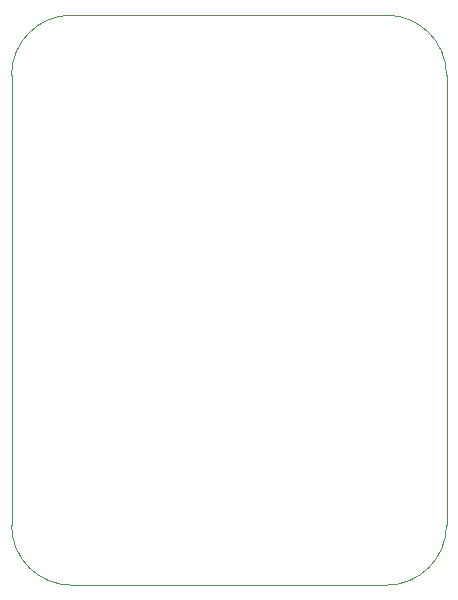
<source format=gm1>
%TF.GenerationSoftware,KiCad,Pcbnew,7.0.8*%
%TF.CreationDate,2023-12-06T02:43:19-07:00*%
%TF.ProjectId,C3I2,43334932-2e6b-4696-9361-645f70636258,rev?*%
%TF.SameCoordinates,Original*%
%TF.FileFunction,Profile,NP*%
%FSLAX46Y46*%
G04 Gerber Fmt 4.6, Leading zero omitted, Abs format (unit mm)*
G04 Created by KiCad (PCBNEW 7.0.8) date 2023-12-06 02:43:19*
%MOMM*%
%LPD*%
G01*
G04 APERTURE LIST*
%TA.AperFunction,Profile*%
%ADD10C,0.100000*%
%TD*%
G04 APERTURE END LIST*
D10*
X118110000Y-93980000D02*
X118110000Y-55880000D01*
X149860000Y-99060000D02*
X123190000Y-99060000D01*
X154940000Y-55880000D02*
X154940000Y-93980000D01*
X123190000Y-50800000D02*
X149860000Y-50800000D01*
X118110000Y-93980000D02*
G75*
G03*
X123190000Y-99060000I5080000J0D01*
G01*
X149860000Y-99060000D02*
G75*
G03*
X154940000Y-93980000I0J5080000D01*
G01*
X154940000Y-55880000D02*
G75*
G03*
X149860000Y-50800000I-5080000J0D01*
G01*
X123190000Y-50800000D02*
G75*
G03*
X118110000Y-55880000I0J-5080000D01*
G01*
M02*

</source>
